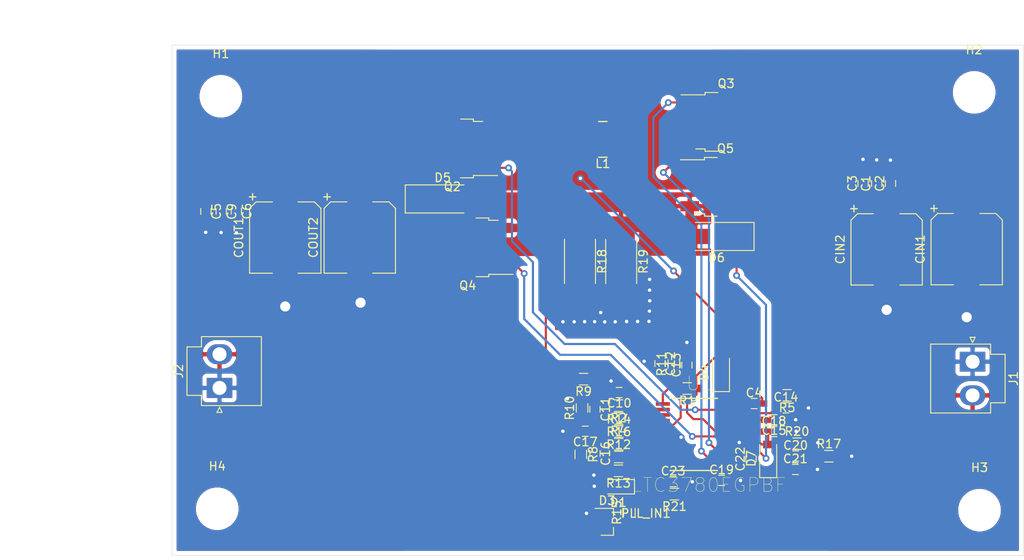
<source format=kicad_pcb>
(kicad_pcb (version 20171130) (host pcbnew "(5.1.0-0)")
  (layers (0 F.Cu signal) (31 B.Cu signal) (34 B.Paste user) (35 F.Paste user) (36 B.SilkS user) (37 F.SilkS user) (38 B.Mask user) (39 F.Mask user) (44 Edge.Cuts user))
  (net 0 "")
  (net 1 +VSW)
  (net 2 GND)
  (net 3 "Net-(C4-Pad1)")
  (net 4 SW1)
  (net 5 VCC)
  (net 6 "Net-(C10-Pad1)")
  (net 7 "Net-(C11-Pad1)")
  (net 8 "Net-(C11-Pad2)")
  (net 9 "Net-(C12-Pad1)")
  (net 10 "Net-(C13-Pad1)")
  (net 11 "Net-(C14-Pad1)")
  (net 12 "Net-(C15-Pad2)")
  (net 13 "Net-(C16-Pad1)")
  (net 14 "Net-(C16-Pad2)")
  (net 15 "Net-(C17-Pad1)")
  (net 16 +6V)
  (net 17 "Net-(C19-Pad1)")
  (net 18 PLLFILTR)
  (net 19 "Net-(C20-Pad2)")
  (net 20 "Net-(C22-Pad1)")
  (net 21 SW2)
  (net 22 "Net-(C23-Pad1)")
  (net 23 "Net-(D6-Pad2)")
  (net 24 "Net-(R1-Pad2)")
  (net 25 SENSE+)
  (net 26 SENSE-)
  (net 27 VSENSE)
  (net 28 "Net-(D1-Pad1)")
  (net 29 TG1)
  (net 30 BG1)
  (net 31 BG2)
  (net 32 TG2)
  (net 33 "Net-(PLL_IN1-Pad1)")
  (module Diodes_SMD:D_SMA_Handsoldering (layer F.Cu) (at 149.78888 65.10782)
    (fp_text reference D5 (at 0 -2.5) (layer F.SilkS))
    (fp_text value B320A)
    (pad 1 smd rect (at -2.5 0) (size 3.5 1.8) (layers F.Cu F.Paste F.Mask) (net 5 VCC))
    (pad 2 smd rect (at 2.5 0) (size 3.5 1.8) (layers F.Cu F.Paste F.Mask) (net 4 SW1))
  )
  (module Diodes_SMD:D_SOD-123 (layer F.Cu) (at 188.01588 95.62084 90)
    (fp_text reference D7 (at 0 -2 90) (layer F.SilkS))
    (fp_text value 1N819HW)
    (pad 1 smd rect (at -1.65 0 90) (size 0.9 1.2) (layers F.Cu F.Paste F.Mask) (net 20 "Net-(C22-Pad1)"))
    (pad 2 smd rect (at 1.65 0 90) (size 0.9 1.2) (layers F.Cu F.Paste F.Mask) (net 16 +6V))
  )
  (module TO_SOT_Packages_SMD:TO-252-2 (layer F.Cu) (at 150.92172 59.17184 180)
    (fp_text reference Q2 (at 0 -4.5 180) (layer F.SilkS))
    (fp_text value IPD100N04S402ATMA1)
    (pad 1 smd rect (at -4.2 -2.28 180) (size 2.2 1.2) (layers F.Cu F.Paste F.Mask) (net 29 TG1))
    (pad 3 smd rect (at -4.2 2.28 180) (size 2.2 1.2) (layers F.Cu F.Paste F.Mask) (net 4 SW1))
    (pad 2 smd rect (at 2.1 0 180) (size 6.4 5.8) (layers F.Cu F.Mask) (net 5 VCC))
    (pad 2 smd rect (at 3.775 1.525 180) (size 3.05 2.75) (layers F.Cu F.Paste) (net 5 VCC))
    (pad 2 smd rect (at 0.425 -1.525 180) (size 3.05 2.75) (layers F.Cu F.Paste) (net 5 VCC))
    (pad 2 smd rect (at 3.775 -1.525 180) (size 3.05 2.75) (layers F.Cu F.Paste) (net 5 VCC))
    (pad 2 smd rect (at 0.425 1.525 180) (size 3.05 2.75) (layers F.Cu F.Paste) (net 5 VCC))
  )
  (module Resistors_SMD:R_0603_HandSoldering (layer F.Cu) (at 170.42384 97.06864 180)
    (fp_text reference R13 (at 0 -1.45 180) (layer F.SilkS))
    (fp_text value 8.06K)
    (pad 1 smd rect (at -1.1 0 180) (size 1.2 0.9) (layers F.Cu F.Paste F.Mask) (net 27 VSENSE))
    (pad 2 smd rect (at 1.1 0 180) (size 1.2 0.9) (layers F.Cu F.Paste F.Mask) (net 2 GND))
  )
  (module Resistors_SMD:R_0603_HandSoldering (layer F.Cu) (at 171.704 101.96322 90)
    (fp_text reference R15 (at 0 -1.45 90) (layer F.SilkS))
    (fp_text value 220k)
    (pad 1 smd rect (at -1.1 0 90) (size 1.2 0.9) (layers F.Cu F.Paste F.Mask) (net 1 +VSW))
    (pad 2 smd rect (at 1.1 0 90) (size 1.2 0.9) (layers F.Cu F.Paste F.Mask) (net 28 "Net-(D1-Pad1)"))
  )
  (module Inductors:Inductor_Wurth_MAPI-4020 (layer F.Cu) (at 168.58996 58.1025 180)
    (fp_text reference L1 (at 0 -2.85 180) (layer F.SilkS))
    (fp_text value 4.7uH)
    (pad 1 smd rect (at -1.185 0 180) (size 0.98 3.7) (layers F.Cu F.Paste F.Mask) (net 21 SW2))
    (pad 2 smd rect (at 1.185 0 180) (size 0.98 3.7) (layers F.Cu F.Paste F.Mask) (net 4 SW1))
  )
  (module Connectors_JST:JST_VH_B2P-VH_2x3.96mm_Vertical (layer F.Cu) (at 123.571 87.3252 90)
    (fp_text reference J2 (at 1.98 -4.8 90) (layer F.SilkS))
    (fp_text value Screw_Terminal_01x02)
    (pad 1 thru_hole rect (at 0 0 90) (size 2.35 3) (drill 1.65) (layers *.Cu *.Mask) (net 2 GND))
    (pad 2 thru_hole oval (at 3.96 0 90) (size 2.35 3) (drill 1.65) (layers *.Cu *.Mask) (net 5 VCC))
  )
  (module Connectors_JST:JST_VH_B2P-VH_2x3.96mm_Vertical (layer F.Cu) (at 212.01888 84.2391 270)
    (fp_text reference J1 (at 1.98 -4.8 270) (layer F.SilkS))
    (fp_text value Screw_Terminal_01x02)
    (pad 1 thru_hole rect (at 0 0 270) (size 2.35 3) (drill 1.65) (layers *.Cu *.Mask) (net 2 GND))
    (pad 2 thru_hole oval (at 3.96 0 270) (size 2.35 3) (drill 1.65) (layers *.Cu *.Mask) (net 1 +VSW))
  )
  (module Diodes_SMD:D_SMA_Handsoldering (layer F.Cu) (at 181.95226 69.51726 180)
    (fp_text reference D6 (at 0 -2.5 180) (layer F.SilkS))
    (fp_text value B320A)
    (pad 1 smd rect (at -2.5 0 180) (size 3.5 1.8) (layers F.Cu F.Paste F.Mask) (net 21 SW2))
    (pad 2 smd rect (at 2.5 0 180) (size 3.5 1.8) (layers F.Cu F.Paste F.Mask) (net 23 "Net-(D6-Pad2)"))
  )
  (module Diodes_SMD:D_SOD-123 (layer F.Cu) (at 182.46852 85.50402 90)
    (fp_text reference D4 (at 0 -2 90) (layer F.SilkS))
    (fp_text value 1N819HW)
    (pad 1 smd rect (at -1.65 0 90) (size 0.9 1.2) (layers F.Cu F.Paste F.Mask) (net 3 "Net-(C4-Pad1)"))
    (pad 2 smd rect (at 1.65 0 90) (size 0.9 1.2) (layers F.Cu F.Paste F.Mask) (net 16 +6V))
  )
  (module Diodes_SMD:D_SOT-23_ANK (layer F.Cu) (at 169.08526 103.06304)
    (fp_text reference D3 (at 0 -2.5) (layer F.SilkS))
    (fp_text value 36V)
    (pad 2 smd rect (at -1 -0.95) (size 0.9 0.8) (layers F.Cu F.Paste F.Mask) (net 2 GND))
    (pad "" smd rect (at -1 0.95) (size 0.9 0.8) (layers F.Cu F.Paste F.Mask))
    (pad 1 smd rect (at 1 0) (size 0.9 0.8) (layers F.Cu F.Paste F.Mask) (net 1 +VSW))
  )
  (module Diodes_SMD:D_SOD-323_HandSoldering (layer F.Cu) (at 170.41368 98.93808 180)
    (fp_text reference D1 (at 0 -1.85 180) (layer F.SilkS))
    (fp_text value 4.7V)
    (pad 1 smd rect (at -1.25 0 180) (size 1 1) (layers F.Cu F.Paste F.Mask) (net 28 "Net-(D1-Pad1)"))
    (pad 2 smd rect (at 1.25 0 180) (size 1 1) (layers F.Cu F.Paste F.Mask) (net 2 GND))
  )
  (module LTC3780EGPBF:SOP65P780X200-24N (layer F.Cu) (at 179.2732 92.7862)
    (fp_text reference U1 (at 0.71177 -5.99911) (layer F.SilkS) (effects (font (size 1.64129 1.64129) (thickness 0.05))))
    (fp_text value LTC3780EGPBF (at 1.75361 5.94702) (layer F.SilkS) (effects (font (size 1.64094 1.64094) (thickness 0.05))))
    (pad 24 smd rect (at 3.6322 -3.5814) (size 1.651 0.4318) (layers F.Cu F.Paste F.Mask) (net 3 "Net-(C4-Pad1)"))
    (pad 23 smd rect (at 3.6322 -2.921) (size 1.651 0.4318) (layers F.Cu F.Paste F.Mask) (net 29 TG1))
    (pad 22 smd rect (at 3.6322 -2.286) (size 1.651 0.4318) (layers F.Cu F.Paste F.Mask) (net 4 SW1))
    (pad 21 smd rect (at 3.6322 -1.6256) (size 1.651 0.4318) (layers F.Cu F.Paste F.Mask) (net 11 "Net-(C14-Pad1)"))
    (pad 20 smd rect (at 3.6322 -0.9652) (size 1.651 0.4318) (layers F.Cu F.Paste F.Mask) (net 12 "Net-(C15-Pad2)"))
    (pad 19 smd rect (at 3.6322 -0.3302) (size 1.651 0.4318) (layers F.Cu F.Paste F.Mask) (net 16 +6V))
    (pad 18 smd rect (at 3.6322 0.3302) (size 1.651 0.4318) (layers F.Cu F.Paste F.Mask) (net 30 BG1))
    (pad 17 smd rect (at 3.6322 0.9652) (size 1.651 0.4318) (layers F.Cu F.Paste F.Mask) (net 2 GND))
    (pad 16 smd rect (at 3.6322 1.6256) (size 1.651 0.4318) (layers F.Cu F.Paste F.Mask) (net 31 BG2))
    (pad 15 smd rect (at 3.6322 2.286) (size 1.651 0.4318) (layers F.Cu F.Paste F.Mask) (net 21 SW2))
    (pad 14 smd rect (at 3.6322 2.921) (size 1.651 0.4318) (layers F.Cu F.Paste F.Mask) (net 32 TG2))
    (pad 13 smd rect (at 3.6322 3.5814) (size 1.651 0.4318) (layers F.Cu F.Paste F.Mask) (net 20 "Net-(C22-Pad1)"))
    (pad 12 smd rect (at -3.6322 3.5814) (size 1.651 0.4318) (layers F.Cu F.Paste F.Mask) (net 22 "Net-(C23-Pad1)"))
    (pad 11 smd rect (at -3.6322 2.921) (size 1.651 0.4318) (layers F.Cu F.Paste F.Mask) (net 33 "Net-(PLL_IN1-Pad1)"))
    (pad 10 smd rect (at -3.6322 2.286) (size 1.651 0.4318) (layers F.Cu F.Paste F.Mask) (net 18 PLLFILTR))
    (pad 9 smd rect (at -3.6322 1.6256) (size 1.651 0.4318) (layers F.Cu F.Paste F.Mask) (net 17 "Net-(C19-Pad1)"))
    (pad 8 smd rect (at -3.6322 0.9652) (size 1.651 0.4318) (layers F.Cu F.Paste F.Mask) (net 28 "Net-(D1-Pad1)"))
    (pad 7 smd rect (at -3.6322 0.3302) (size 1.651 0.4318) (layers F.Cu F.Paste F.Mask) (net 2 GND))
    (pad 6 smd rect (at -3.6322 -0.3302) (size 1.651 0.4318) (layers F.Cu F.Paste F.Mask) (net 27 VSENSE))
    (pad 5 smd rect (at -3.6322 -0.9652) (size 1.651 0.4318) (layers F.Cu F.Paste F.Mask) (net 10 "Net-(C13-Pad1)"))
    (pad 4 smd rect (at -3.6322 -1.6256) (size 1.651 0.4318) (layers F.Cu F.Paste F.Mask) (net 26 SENSE-))
    (pad 3 smd rect (at -3.6322 -2.286) (size 1.651 0.4318) (layers F.Cu F.Paste F.Mask) (net 25 SENSE+))
    (pad 2 smd rect (at -3.6322 -2.921) (size 1.651 0.4318) (layers F.Cu F.Paste F.Mask) (net 6 "Net-(C10-Pad1)"))
    (pad 1 smd rect (at -3.6322 -3.5814) (size 1.651 0.4318) (layers F.Cu F.Paste F.Mask) (net 24 "Net-(R1-Pad2)"))
  )
  (module Resistors_SMD:R_0603_HandSoldering (layer F.Cu) (at 177.00752 99.8093 180)
    (fp_text reference R21 (at 0 -1.45 180) (layer F.SilkS))
    (fp_text value DNF)
    (pad 1 smd rect (at -1.1 0 180) (size 1.2 0.9) (layers F.Cu F.Paste F.Mask) (net 1 +VSW))
    (pad 2 smd rect (at 1.1 0 180) (size 1.2 0.9) (layers F.Cu F.Paste F.Mask) (net 22 "Net-(C23-Pad1)"))
  )
  (module Resistors_SMD:R_0603_HandSoldering (layer F.Cu) (at 191.39916 93.88602)
    (fp_text reference R20 (at 0 -1.45) (layer F.SilkS))
    (fp_text value 10K)
    (pad 1 smd rect (at -1.1 0) (size 1.2 0.9) (layers F.Cu F.Paste F.Mask) (net 18 PLLFILTR))
    (pad 2 smd rect (at 1.1 0) (size 1.2 0.9) (layers F.Cu F.Paste F.Mask) (net 2 GND))
  )
  (module Resistors_SMD:R_2512_HandSoldering (layer F.Cu) (at 170.74642 72.45634 270)
    (fp_text reference R19 (at 0 -2.6 270) (layer F.SilkS))
    (fp_text value 0.018R)
    (pad 1 smd rect (at -3.95 0 270) (size 2.7 3.2) (layers F.Cu F.Paste F.Mask) (net 23 "Net-(D6-Pad2)"))
    (pad 2 smd rect (at 3.95 0 270) (size 2.7 3.2) (layers F.Cu F.Paste F.Mask) (net 2 GND))
  )
  (module Resistors_SMD:R_2512_HandSoldering (layer F.Cu) (at 165.91026 72.44588 270)
    (fp_text reference R18 (at 0 -2.6 270) (layer F.SilkS))
    (fp_text value 0.018R)
    (pad 1 smd rect (at -3.95 0 270) (size 2.7 3.2) (layers F.Cu F.Paste F.Mask) (net 23 "Net-(D6-Pad2)"))
    (pad 2 smd rect (at 3.95 0 270) (size 2.7 3.2) (layers F.Cu F.Paste F.Mask) (net 2 GND))
  )
  (module Resistors_SMD:R_0603_HandSoldering (layer F.Cu) (at 195.14312 95.3516)
    (fp_text reference R17 (at 0 -1.45) (layer F.SilkS))
    (fp_text value 10K)
    (pad 1 smd rect (at -1.1 0) (size 1.2 0.9) (layers F.Cu F.Paste F.Mask) (net 19 "Net-(C20-Pad2)"))
    (pad 2 smd rect (at 1.1 0) (size 1.2 0.9) (layers F.Cu F.Paste F.Mask) (net 2 GND))
  )
  (module Resistors_SMD:R_0603_HandSoldering (layer F.Cu) (at 170.4721 93.9292)
    (fp_text reference R16 (at 0 -1.45) (layer F.SilkS))
    (fp_text value OPT)
    (pad 1 smd rect (at -1.1 0) (size 1.2 0.9) (layers F.Cu F.Paste F.Mask) (net 13 "Net-(C16-Pad1)"))
    (pad 2 smd rect (at 1.1 0) (size 1.2 0.9) (layers F.Cu F.Paste F.Mask) (net 27 VSENSE))
  )
  (module Resistors_SMD:R_0603_HandSoldering (layer F.Cu) (at 170.4721 92.4433)
    (fp_text reference R14 (at 0 -1.45) (layer F.SilkS))
    (fp_text value OPT)
    (pad 1 smd rect (at -1.1 0) (size 1.2 0.9) (layers F.Cu F.Paste F.Mask) (net 15 "Net-(C17-Pad1)"))
    (pad 2 smd rect (at 1.1 0) (size 1.2 0.9) (layers F.Cu F.Paste F.Mask) (net 27 VSENSE))
  )
  (module Resistors_SMD:R_0603_HandSoldering (layer F.Cu) (at 170.45432 95.4405)
    (fp_text reference R12 (at 0 -1.45) (layer F.SilkS))
    (fp_text value 113K)
    (pad 1 smd rect (at -1.1 0) (size 1.2 0.9) (layers F.Cu F.Paste F.Mask) (net 14 "Net-(C16-Pad2)"))
    (pad 2 smd rect (at 1.1 0) (size 1.2 0.9) (layers F.Cu F.Paste F.Mask) (net 27 VSENSE))
  )
  (module Resistors_SMD:R_0603_HandSoldering (layer F.Cu) (at 176.93386 84.50326 90)
    (fp_text reference R11 (at 0 -1.45 90) (layer F.SilkS))
    (fp_text value 100K)
    (pad 1 smd rect (at -1.1 0 90) (size 1.2 0.9) (layers F.Cu F.Paste F.Mask) (net 10 "Net-(C13-Pad1)"))
    (pad 2 smd rect (at 1.1 0 90) (size 1.2 0.9) (layers F.Cu F.Paste F.Mask) (net 9 "Net-(C12-Pad1)"))
  )
  (module Resistors_SMD:R_0603_HandSoldering (layer F.Cu) (at 166.15156 89.67724 90)
    (fp_text reference R10 (at 0 -1.45 90) (layer F.SilkS))
    (fp_text value 1K24)
    (pad 1 smd rect (at -1.1 0 90) (size 1.2 0.9) (layers F.Cu F.Paste F.Mask) (net 8 "Net-(C11-Pad2)"))
    (pad 2 smd rect (at 1.1 0 90) (size 1.2 0.9) (layers F.Cu F.Paste F.Mask) (net 2 GND))
  )
  (module Resistors_SMD:R_0603_HandSoldering (layer F.Cu) (at 166.32682 86.28888 180)
    (fp_text reference R9 (at 0 -1.45 180) (layer F.SilkS))
    (fp_text value 1K24)
    (pad 1 smd rect (at -1.1 0 180) (size 1.2 0.9) (layers F.Cu F.Paste F.Mask) (net 7 "Net-(C11-Pad1)"))
    (pad 2 smd rect (at 1.1 0 180) (size 1.2 0.9) (layers F.Cu F.Paste F.Mask) (net 23 "Net-(D6-Pad2)"))
  )
  (module Resistors_SMD:R_0603_HandSoldering (layer F.Cu) (at 166.00424 95.13062 270)
    (fp_text reference R8 (at 0 -1.45 270) (layer F.SilkS))
    (fp_text value 10R)
    (pad 1 smd rect (at -1.1 0 270) (size 1.2 0.9) (layers F.Cu F.Paste F.Mask) (net 5 VCC))
    (pad 2 smd rect (at 1.1 0 270) (size 1.2 0.9) (layers F.Cu F.Paste F.Mask) (net 14 "Net-(C16-Pad2)"))
  )
  (module Resistors_SMD:R_0603_HandSoldering (layer F.Cu) (at 190.23838 88.19896 180)
    (fp_text reference R5 (at 0 -1.45 180) (layer F.SilkS))
    (fp_text value 10R)
    (pad 1 smd rect (at -1.1 0 180) (size 1.2 0.9) (layers F.Cu F.Paste F.Mask) (net 1 +VSW))
    (pad 2 smd rect (at 1.1 0 180) (size 1.2 0.9) (layers F.Cu F.Paste F.Mask) (net 11 "Net-(C14-Pad1)"))
  )
  (module Resistors_SMD:R_0603_HandSoldering (layer F.Cu) (at 170.44924 90.91676 180)
    (fp_text reference R4 (at 0 -1.45 180) (layer F.SilkS))
    (fp_text value 0R)
    (pad 1 smd rect (at -1.1 0 180) (size 1.2 0.9) (layers F.Cu F.Paste F.Mask) (net 26 SENSE-))
    (pad 2 smd rect (at 1.1 0 180) (size 1.2 0.9) (layers F.Cu F.Paste F.Mask) (net 8 "Net-(C11-Pad2)"))
  )
  (module Resistors_SMD:R_0603_HandSoldering (layer F.Cu) (at 170.44416 89.40546 180)
    (fp_text reference R2 (at 0 -1.45 180) (layer F.SilkS))
    (fp_text value 0R)
    (pad 1 smd rect (at -1.1 0 180) (size 1.2 0.9) (layers F.Cu F.Paste F.Mask) (net 25 SENSE+))
    (pad 2 smd rect (at 1.1 0 180) (size 1.2 0.9) (layers F.Cu F.Paste F.Mask) (net 7 "Net-(C11-Pad1)"))
  )
  (module Resistors_SMD:R_0603_HandSoldering (layer F.Cu) (at 178.4985 87.3887 180)
    (fp_text reference R1 (at 0 -1.45 180) (layer F.SilkS))
    (fp_text value 10K)
    (pad 1 smd rect (at -1.1 0 180) (size 1.2 0.9) (layers F.Cu F.Paste F.Mask) (net 16 +6V))
    (pad 2 smd rect (at 1.1 0 180) (size 1.2 0.9) (layers F.Cu F.Paste F.Mask) (net 24 "Net-(R1-Pad2)"))
  )
  (module Capacitors_SMD:CP_Elec_8x10.5 (layer F.Cu) (at 131.2926 69.6468 270)
    (fp_text reference COUT1 (at 0 5.45 270) (layer F.SilkS))
    (fp_text value 330uF)
    (fp_text user + (at -4.78 3.91 270) (layer F.SilkS))
    (pad 1 smd rect (at -3.05 0 90) (size 4 2.5) (layers F.Cu F.Paste F.Mask) (net 5 VCC))
    (pad 2 smd rect (at 3.05 0 90) (size 4 2.5) (layers F.Cu F.Paste F.Mask) (net 2 GND))
  )
  (module Capacitors_SMD:CP_Elec_8x6.7 (layer F.Cu) (at 211.328 71.00824 270)
    (fp_text reference CIN1 (at 0 5.45 270) (layer F.SilkS))
    (fp_text value 22uF)
    (fp_text user + (at -4.78 3.91 270) (layer F.SilkS))
    (pad 1 smd rect (at -3.05 0 90) (size 4 2.5) (layers F.Cu F.Paste F.Mask) (net 1 +VSW))
    (pad 2 smd rect (at 3.05 0 90) (size 4 2.5) (layers F.Cu F.Paste F.Mask) (net 2 GND))
  )
  (module Capacitors_SMD:C_0603_HandSoldering (layer F.Cu) (at 176.85766 98.34372)
    (fp_text reference C23 (at 0 -1.25) (layer F.SilkS))
    (fp_text value 0.01uF)
    (pad 1 smd rect (at -0.95 0) (size 1.2 0.75) (layers F.Cu F.Paste F.Mask) (net 22 "Net-(C23-Pad1)"))
    (pad 2 smd rect (at 0.95 0) (size 1.2 0.75) (layers F.Cu F.Paste F.Mask) (net 2 GND))
  )
  (module Capacitors_SMD:C_0603_HandSoldering (layer F.Cu) (at 185.99404 95.67418 90)
    (fp_text reference C22 (at 0 -1.25 90) (layer F.SilkS))
    (fp_text value 0.22uF)
    (pad 1 smd rect (at -0.95 0 90) (size 1.2 0.75) (layers F.Cu F.Paste F.Mask) (net 20 "Net-(C22-Pad1)"))
    (pad 2 smd rect (at 0.95 0 90) (size 1.2 0.75) (layers F.Cu F.Paste F.Mask) (net 21 SW2))
  )
  (module Capacitors_SMD:C_0603_HandSoldering (layer F.Cu) (at 191.2112 96.901)
    (fp_text reference C21 (at 0 -1.25) (layer F.SilkS))
    (fp_text value 100pF)
    (pad 1 smd rect (at -0.95 0) (size 1.2 0.75) (layers F.Cu F.Paste F.Mask) (net 18 PLLFILTR))
    (pad 2 smd rect (at 0.95 0) (size 1.2 0.75) (layers F.Cu F.Paste F.Mask) (net 2 GND))
  )
  (module Capacitors_SMD:C_0603_HandSoldering (layer F.Cu) (at 191.2366 95.3262)
    (fp_text reference C20 (at 0 -1.25) (layer F.SilkS))
    (fp_text value 0.01uF)
    (pad 1 smd rect (at -0.95 0) (size 1.2 0.75) (layers F.Cu F.Paste F.Mask) (net 18 PLLFILTR))
    (pad 2 smd rect (at 0.95 0) (size 1.2 0.75) (layers F.Cu F.Paste F.Mask) (net 19 "Net-(C20-Pad2)"))
  )
  (module Capacitors_SMD:C_0603_HandSoldering (layer F.Cu) (at 182.54472 98.19132)
    (fp_text reference C19 (at 0 -1.25) (layer F.SilkS))
    (fp_text value 1000pF)
    (pad 1 smd rect (at -0.95 0) (size 1.2 0.75) (layers F.Cu F.Paste F.Mask) (net 17 "Net-(C19-Pad1)"))
    (pad 2 smd rect (at 0.95 0) (size 1.2 0.75) (layers F.Cu F.Paste F.Mask) (net 2 GND))
  )
  (module Capacitors_SMD:C_0603_HandSoldering (layer F.Cu) (at 188.69406 92.45092)
    (fp_text reference C18 (at 0 -1.25) (layer F.SilkS))
    (fp_text value 4.7uF)
    (pad 1 smd rect (at -0.95 0) (size 1.2 0.75) (layers F.Cu F.Paste F.Mask) (net 16 +6V))
    (pad 2 smd rect (at 0.95 0) (size 1.2 0.75) (layers F.Cu F.Paste F.Mask) (net 2 GND))
  )
  (module Capacitors_SMD:C_0603_HandSoldering (layer F.Cu) (at 166.5351 92.41282 180)
    (fp_text reference C17 (at 0 -1.25 180) (layer F.SilkS))
    (fp_text value OPT)
    (pad 1 smd rect (at -0.95 0 180) (size 1.2 0.75) (layers F.Cu F.Paste F.Mask) (net 15 "Net-(C17-Pad1)"))
    (pad 2 smd rect (at 0.95 0 180) (size 1.2 0.75) (layers F.Cu F.Paste F.Mask) (net 2 GND))
  )
  (module Capacitors_SMD:C_0603_HandSoldering (layer F.Cu) (at 167.67556 95.02648 270)
    (fp_text reference C16 (at 0 -1.25 270) (layer F.SilkS))
    (fp_text value OPT)
    (pad 1 smd rect (at -0.95 0 270) (size 1.2 0.75) (layers F.Cu F.Paste F.Mask) (net 13 "Net-(C16-Pad1)"))
    (pad 2 smd rect (at 0.95 0 270) (size 1.2 0.75) (layers F.Cu F.Paste F.Mask) (net 14 "Net-(C16-Pad2)"))
  )
  (module Capacitors_SMD:C_0603_HandSoldering (layer F.Cu) (at 188.70676 91.06662 180)
    (fp_text reference C15 (at 0 -1.25 180) (layer F.SilkS))
    (fp_text value 1uF)
    (pad 1 smd rect (at -0.95 0 180) (size 1.2 0.75) (layers F.Cu F.Paste F.Mask) (net 2 GND))
    (pad 2 smd rect (at 0.95 0 180) (size 1.2 0.75) (layers F.Cu F.Paste F.Mask) (net 12 "Net-(C15-Pad2)"))
  )
  (module Capacitors_SMD:C_0603_HandSoldering (layer F.Cu) (at 190.09614 89.662)
    (fp_text reference C14 (at 0 -1.25) (layer F.SilkS))
    (fp_text value 0.1uF)
    (pad 1 smd rect (at -0.95 0) (size 1.2 0.75) (layers F.Cu F.Paste F.Mask) (net 11 "Net-(C14-Pad1)"))
    (pad 2 smd rect (at 0.95 0) (size 1.2 0.75) (layers F.Cu F.Paste F.Mask) (net 2 GND))
  )
  (module Capacitors_SMD:C_0603_HandSoldering (layer F.Cu) (at 178.46548 84.63788 90)
    (fp_text reference C13 (at 0 -1.25 90) (layer F.SilkS))
    (fp_text value 47pF)
    (pad 1 smd rect (at -0.95 0 90) (size 1.2 0.75) (layers F.Cu F.Paste F.Mask) (net 10 "Net-(C13-Pad1)"))
    (pad 2 smd rect (at 0.95 0 90) (size 1.2 0.75) (layers F.Cu F.Paste F.Mask) (net 2 GND))
  )
  (module Capacitors_SMD:C_0603_HandSoldering (layer F.Cu) (at 175.30318 84.46008 270)
    (fp_text reference C12 (at 0 -1.25 270) (layer F.SilkS))
    (fp_text value 0.01uF)
    (pad 1 smd rect (at -0.95 0 270) (size 1.2 0.75) (layers F.Cu F.Paste F.Mask) (net 9 "Net-(C12-Pad1)"))
    (pad 2 smd rect (at 0.95 0 270) (size 1.2 0.75) (layers F.Cu F.Paste F.Mask) (net 2 GND))
  )
  (module Capacitors_SMD:C_0603_HandSoldering (layer F.Cu) (at 167.66794 89.82964 270)
    (fp_text reference C11 (at 0 -1.25 270) (layer F.SilkS))
    (fp_text value OPT)
    (pad 1 smd rect (at -0.95 0 270) (size 1.2 0.75) (layers F.Cu F.Paste F.Mask) (net 7 "Net-(C11-Pad1)"))
    (pad 2 smd rect (at 0.95 0 270) (size 1.2 0.75) (layers F.Cu F.Paste F.Mask) (net 8 "Net-(C11-Pad2)"))
  )
  (module Capacitors_SMD:C_0603_HandSoldering (layer F.Cu) (at 170.5102 87.86368 180)
    (fp_text reference C10 (at 0 -1.25 180) (layer F.SilkS))
    (fp_text value 0.022uF)
    (pad 1 smd rect (at -0.95 0 180) (size 1.2 0.75) (layers F.Cu F.Paste F.Mask) (net 6 "Net-(C10-Pad1)"))
    (pad 2 smd rect (at 0.95 0 180) (size 1.2 0.75) (layers F.Cu F.Paste F.Mask) (net 2 GND))
  )
  (module Capacitors_SMD:C_0603_HandSoldering (layer F.Cu) (at 123.77166 66.58356 270)
    (fp_text reference C9 (at 0 -1.25 270) (layer F.SilkS))
    (fp_text value 22uF)
    (pad 1 smd rect (at -0.95 0 270) (size 1.2 0.75) (layers F.Cu F.Paste F.Mask) (net 5 VCC))
    (pad 2 smd rect (at 0.95 0 270) (size 1.2 0.75) (layers F.Cu F.Paste F.Mask) (net 2 GND))
  )
  (module Capacitors_SMD:C_0603_HandSoldering (layer F.Cu) (at 125.54712 66.54038 270)
    (fp_text reference C6 (at 0 -1.25 270) (layer F.SilkS))
    (fp_text value 22uF)
    (pad 1 smd rect (at -0.95 0 270) (size 1.2 0.75) (layers F.Cu F.Paste F.Mask) (net 5 VCC))
    (pad 2 smd rect (at 0.95 0 270) (size 1.2 0.75) (layers F.Cu F.Paste F.Mask) (net 2 GND))
  )
  (module Capacitors_SMD:C_0603_HandSoldering (layer F.Cu) (at 121.96826 66.57594 270)
    (fp_text reference C5 (at 0 -1.25 270) (layer F.SilkS))
    (fp_text value 22uF)
    (pad 1 smd rect (at -0.95 0 270) (size 1.2 0.75) (layers F.Cu F.Paste F.Mask) (net 5 VCC))
    (pad 2 smd rect (at 0.95 0 270) (size 1.2 0.75) (layers F.Cu F.Paste F.Mask) (net 2 GND))
  )
  (module Capacitors_SMD:C_0603_HandSoldering (layer F.Cu) (at 186.3598 89.15654)
    (fp_text reference C4 (at 0 -1.25) (layer F.SilkS))
    (fp_text value 0.22uF)
    (pad 1 smd rect (at -0.95 0) (size 1.2 0.75) (layers F.Cu F.Paste F.Mask) (net 3 "Net-(C4-Pad1)"))
    (pad 2 smd rect (at 0.95 0) (size 1.2 0.75) (layers F.Cu F.Paste F.Mask) (net 4 SW1))
  )
  (module Capacitors_SMD:C_0603_HandSoldering (layer F.Cu) (at 199.15886 63.28664 90)
    (fp_text reference C3 (at 0 -1.25 90) (layer F.SilkS))
    (fp_text value 3.3uF)
    (pad 1 smd rect (at -0.95 0 90) (size 1.2 0.75) (layers F.Cu F.Paste F.Mask) (net 1 +VSW))
    (pad 2 smd rect (at 0.95 0 90) (size 1.2 0.75) (layers F.Cu F.Paste F.Mask) (net 2 GND))
  )
  (module Capacitors_SMD:C_0603_HandSoldering (layer F.Cu) (at 202.38212 63.2841 90)
    (fp_text reference C2 (at 0 -1.25 90) (layer F.SilkS))
    (fp_text value 3.3uF)
    (pad 1 smd rect (at -0.95 0 90) (size 1.2 0.75) (layers F.Cu F.Paste F.Mask) (net 1 +VSW))
    (pad 2 smd rect (at 0.95 0 90) (size 1.2 0.75) (layers F.Cu F.Paste F.Mask) (net 2 GND))
  )
  (module Capacitors_SMD:C_0603_HandSoldering (layer F.Cu) (at 200.75652 63.2841 90)
    (fp_text reference C1 (at 0 -1.25 90) (layer F.SilkS))
    (fp_text value 3.3uF)
    (pad 1 smd rect (at -0.95 0 90) (size 1.2 0.75) (layers F.Cu F.Paste F.Mask) (net 1 +VSW))
    (pad 2 smd rect (at 0.95 0 90) (size 1.2 0.75) (layers F.Cu F.Paste F.Mask) (net 2 GND))
  )
  (module TO_SOT_Packages_SMD:TO-252-2 (layer F.Cu) (at 183.07304 56.0451)
    (fp_text reference Q3 (at 0 -4.5) (layer F.SilkS))
    (fp_text value IPD100N04S402ATMA1)
    (pad 2 smd rect (at 0.425 1.525) (size 3.05 2.75) (layers F.Cu F.Paste) (net 1 +VSW))
    (pad 2 smd rect (at 3.775 -1.525) (size 3.05 2.75) (layers F.Cu F.Paste) (net 1 +VSW))
    (pad 2 smd rect (at 0.425 -1.525) (size 3.05 2.75) (layers F.Cu F.Paste) (net 1 +VSW))
    (pad 2 smd rect (at 3.775 1.525) (size 3.05 2.75) (layers F.Cu F.Paste) (net 1 +VSW))
    (pad 2 smd rect (at 2.1 0) (size 6.4 5.8) (layers F.Cu F.Mask) (net 1 +VSW))
    (pad 3 smd rect (at -4.2 2.28) (size 2.2 1.2) (layers F.Cu F.Paste F.Mask) (net 21 SW2))
    (pad 1 smd rect (at -4.2 -2.28) (size 2.2 1.2) (layers F.Cu F.Paste F.Mask) (net 32 TG2))
  )
  (module TO_SOT_Packages_SMD:TO-252-2 (layer F.Cu) (at 152.7302 70.79234 180)
    (fp_text reference Q4 (at 0 -4.5 180) (layer F.SilkS))
    (fp_text value IPD100N04S402ATMA1)
    (pad 2 smd rect (at 0.425 1.525 180) (size 3.05 2.75) (layers F.Cu F.Paste) (net 4 SW1))
    (pad 2 smd rect (at 3.775 -1.525 180) (size 3.05 2.75) (layers F.Cu F.Paste) (net 4 SW1))
    (pad 2 smd rect (at 0.425 -1.525 180) (size 3.05 2.75) (layers F.Cu F.Paste) (net 4 SW1))
    (pad 2 smd rect (at 3.775 1.525 180) (size 3.05 2.75) (layers F.Cu F.Paste) (net 4 SW1))
    (pad 2 smd rect (at 2.1 0 180) (size 6.4 5.8) (layers F.Cu F.Mask) (net 4 SW1))
    (pad 3 smd rect (at -4.2 2.28 180) (size 2.2 1.2) (layers F.Cu F.Paste F.Mask) (net 23 "Net-(D6-Pad2)"))
    (pad 1 smd rect (at -4.2 -2.28 180) (size 2.2 1.2) (layers F.Cu F.Paste F.Mask) (net 30 BG1))
  )
  (module TO_SOT_Packages_SMD:TO-252-2 (layer F.Cu) (at 182.99742 63.68034)
    (fp_text reference Q5 (at 0 -4.5) (layer F.SilkS))
    (fp_text value IPD100N04S402ATMA1)
    (pad 1 smd rect (at -4.2 -2.28) (size 2.2 1.2) (layers F.Cu F.Paste F.Mask) (net 31 BG2))
    (pad 3 smd rect (at -4.2 2.28) (size 2.2 1.2) (layers F.Cu F.Paste F.Mask) (net 23 "Net-(D6-Pad2)"))
    (pad 2 smd rect (at 2.1 0) (size 6.4 5.8) (layers F.Cu F.Mask) (net 21 SW2))
    (pad 2 smd rect (at 3.775 1.525) (size 3.05 2.75) (layers F.Cu F.Paste) (net 21 SW2))
    (pad 2 smd rect (at 0.425 -1.525) (size 3.05 2.75) (layers F.Cu F.Paste) (net 21 SW2))
    (pad 2 smd rect (at 3.775 -1.525) (size 3.05 2.75) (layers F.Cu F.Paste) (net 21 SW2))
    (pad 2 smd rect (at 0.425 1.525) (size 3.05 2.75) (layers F.Cu F.Paste) (net 21 SW2))
  )
  (module Measurement_Points:Measurement_Point_Square-SMD-Pad_Small (layer F.Cu) (at 173.63948 100.07092 180)
    (fp_text reference PLL_IN1 (at 0 -2 180) (layer F.SilkS))
    (fp_text value TestPoint)
    (pad 1 smd rect (at 0 0 180) (size 1.5 1.5) (layers F.Cu F.Mask) (net 33 "Net-(PLL_IN1-Pad1)"))
  )
  (module Mounting_Holes:MountingHole_4mm (layer F.Cu) (at 123.73356 53.03774)
    (fp_text reference H1 (at 0 -5) (layer F.SilkS))
    (fp_text value MountingHole)
    (pad 1 np_thru_hole circle (at 0 0) (size 4 4) (drill 4) (layers *.Cu *.Mask))
  )
  (module Mounting_Holes:MountingHole_4mm (layer F.Cu) (at 212.20684 52.578)
    (fp_text reference H2 (at 0 -5) (layer F.SilkS))
    (fp_text value MountingHole)
    (pad 1 np_thru_hole circle (at 0 0) (size 4 4) (drill 4) (layers *.Cu *.Mask))
  )
  (module Mounting_Holes:MountingHole_4mm (layer F.Cu) (at 212.83676 101.69144)
    (fp_text reference H3 (at 0 -5) (layer F.SilkS))
    (fp_text value MountingHole)
    (pad 1 np_thru_hole circle (at 0 0) (size 4 4) (drill 4) (layers *.Cu *.Mask))
  )
  (module Mounting_Holes:MountingHole_4mm (layer F.Cu) (at 123.30684 101.52888)
    (fp_text reference H4 (at 0 -5) (layer F.SilkS))
    (fp_text value MountingHole)
    (pad 1 np_thru_hole circle (at 0 0) (size 4 4) (drill 4) (layers *.Cu *.Mask))
  )
  (module Capacitors_SMD:CP_Elec_8x6.7 (layer F.Cu) (at 201.92746 71.03672 270)
    (fp_text reference CIN2 (at 0 5.45 270) (layer F.SilkS))
    (fp_text value 22uF)
    (fp_text user + (at -4.78 3.91 270) (layer F.SilkS))
    (pad 2 smd rect (at 3.05 0 90) (size 4 2.5) (layers F.Cu F.Paste F.Mask) (net 2 GND))
    (pad 1 smd rect (at -3.05 0 90) (size 4 2.5) (layers F.Cu F.Paste F.Mask) (net 1 +VSW))
  )
  (module Capacitors_SMD:CP_Elec_8x10.5 (layer F.Cu) (at 140.04798 69.64172 270)
    (fp_text reference COUT2 (at 0 5.45 270) (layer F.SilkS))
    (fp_text value 330uF)
    (fp_text user + (at -4.78 3.91 270) (layer F.SilkS))
    (pad 2 smd rect (at 3.05 0 90) (size 4 2.5) (layers F.Cu F.Paste F.Mask) (net 2 GND))
    (pad 1 smd rect (at -3.05 0 90) (size 4 2.5) (layers F.Cu F.Paste F.Mask) (net 5 VCC))
  )
  (gr_line (start 118 107.0154) (end 118 47.0154) (layer Edge.Cuts) (width 0.05))
  (gr_line (start 118 107.0154) (end 218 107.0154) (layer Edge.Cuts) (width 0.05))
  (gr_line (start 218 47.0154) (end 218 107.0154) (layer Edge.Cuts) (width 0.05))
  (gr_line (start 118 47.0154) (end 218 47.0154) (layer Edge.Cuts) (width 0.05))
  (segment (start 169.40766 98.75266) (end 169.55766 98.75266) (width 0.25) (layer F.Cu) (net 2))
  (segment (start 171.70382 103.06304) (end 171.704 103.06322) (width 0.25) (layer F.Cu) (net 1))
  (segment (start 170.08526 103.06304) (end 171.70382 103.06304) (width 0.25) (layer F.Cu) (net 1))
  (segment (start 178.10752 99.8093) (end 178.10752 100.64478) (width 0.25) (layer F.Cu) (net 1))
  (segment (start 175.68908 103.06322) (end 171.704 103.06322) (width 0.25) (layer F.Cu) (net 1))
  (segment (start 178.10752 100.64478) (end 175.68908 103.06322) (width 0.25) (layer F.Cu) (net 1))
  (segment (start 178.10752 100.52322) (end 180.56606 102.98176) (width 0.25) (layer F.Cu) (net 1))
  (segment (start 178.10752 99.8093) (end 178.10752 100.52322) (width 0.25) (layer F.Cu) (net 1))
  (segment (start 185.17304 52.1451) (end 185.17616 52.14198) (width 1) (layer F.Cu) (net 1))
  (segment (start 185.17304 56.0451) (end 185.17304 52.1451) (width 1) (layer F.Cu) (net 1))
  (segment (start 185.17304 56.0451) (end 189.37304 56.0451) (width 1) (layer F.Cu) (net 1))
  (segment (start 194.21348 88.19896) (end 195.99656 88.19896) (width 0.25) (layer F.Cu) (net 1))
  (segment (start 191.33838 88.19896) (end 194.21348 88.19896) (width 0.25) (layer F.Cu) (net 1))
  (segment (start 194.21348 88.19896) (end 194.68338 88.19896) (width 0.25) (layer F.Cu) (net 1))
  (segment (start 194.41668 102.98176) (end 195.54952 102.98176) (width 0.25) (layer F.Cu) (net 1))
  (segment (start 180.56606 102.98176) (end 194.41668 102.98176) (width 0.25) (layer F.Cu) (net 1))
  (segment (start 194.41668 102.98176) (end 194.88912 102.98176) (width 0.25) (layer F.Cu) (net 1))
  (via (at 211.328 79.0067) (size 2.4) (drill 1.2) (layers F.Cu B.Cu) (net 2))
  (segment (start 211.27466 79.0829) (end 211.27466 74.55608) (width 2) (layer F.Cu) (net 2))
  (via (at 131.2926 77.74432) (size 2.4) (drill 1.2) (layers F.Cu B.Cu) (net 2))
  (segment (start 131.2926 72.6968) (end 131.2926 77.74432) (width 2) (layer F.Cu) (net 2))
  (via (at 177.78476 93.11894) (size 0.8) (drill 0.4) (layers F.Cu B.Cu) (net 2))
  (segment (start 177.78222 93.1164) (end 177.78476 93.11894) (width 0.25) (layer F.Cu) (net 2))
  (segment (start 175.641 93.1164) (end 177.78222 93.1164) (width 0.25) (layer F.Cu) (net 2))
  (via (at 167.54348 97.57156) (size 0.8) (drill 0.4) (layers F.Cu B.Cu) (net 2))
  (segment (start 168.0464 97.06864) (end 167.54348 97.57156) (width 0.25) (layer F.Cu) (net 2))
  (segment (start 169.32384 97.06864) (end 168.0464 97.06864) (width 0.25) (layer F.Cu) (net 2))
  (segment (start 164.4347 88.57724) (end 164.42944 88.5825) (width 0.25) (layer F.Cu) (net 2))
  (via (at 164.42944 88.5825) (size 0.8) (drill 0.4) (layers F.Cu B.Cu) (net 2))
  (segment (start 166.15156 88.57724) (end 164.4347 88.57724) (width 0.25) (layer F.Cu) (net 2))
  (via (at 163.9062 92.41536) (size 0.8) (drill 0.4) (layers F.Cu B.Cu) (net 2))
  (segment (start 163.90874 92.41282) (end 163.9062 92.41536) (width 0.25) (layer F.Cu) (net 2))
  (segment (start 165.5851 92.41282) (end 163.90874 92.41282) (width 0.25) (layer F.Cu) (net 2))
  (via (at 169.56024 86.50732) (size 0.8) (drill 0.4) (layers F.Cu B.Cu) (net 2))
  (segment (start 169.5602 86.50736) (end 169.56024 86.50732) (width 0.25) (layer F.Cu) (net 2))
  (segment (start 169.5602 87.86368) (end 169.5602 86.50736) (width 0.25) (layer F.Cu) (net 2))
  (via (at 193.83756 93.76156) (size 0.8) (drill 0.4) (layers F.Cu B.Cu) (net 2))
  (segment (start 193.8274 93.7514) (end 193.83756 93.76156) (width 0.25) (layer F.Cu) (net 2))
  (segment (start 192.4509 93.7514) (end 193.8274 93.7514) (width 0.25) (layer F.Cu) (net 2))
  (via (at 193.802 96.89592) (size 0.8) (drill 0.4) (layers F.Cu B.Cu) (net 2))
  (segment (start 193.79692 96.901) (end 193.802 96.89592) (width 0.25) (layer F.Cu) (net 2))
  (segment (start 192.1612 96.901) (end 193.79692 96.901) (width 0.25) (layer F.Cu) (net 2))
  (via (at 197.8152 95.3516) (size 0.8) (drill 0.4) (layers F.Cu B.Cu) (net 2))
  (segment (start 196.24312 95.3516) (end 197.8152 95.3516) (width 0.25) (layer F.Cu) (net 2))
  (via (at 199.15124 60.44692) (size 0.8) (drill 0.4) (layers F.Cu B.Cu) (net 2))
  (segment (start 199.15886 60.45454) (end 199.15124 60.44692) (width 0.25) (layer F.Cu) (net 2))
  (segment (start 199.15886 62.33664) (end 199.15886 60.45454) (width 0.25) (layer F.Cu) (net 2))
  (via (at 200.76414 60.5155) (size 0.8) (drill 0.4) (layers F.Cu B.Cu) (net 2))
  (segment (start 200.75652 60.52312) (end 200.76414 60.5155) (width 0.25) (layer F.Cu) (net 2))
  (segment (start 200.75652 62.3341) (end 200.75652 60.52312) (width 0.25) (layer F.Cu) (net 2))
  (via (at 202.37704 60.5409) (size 0.8) (drill 0.4) (layers F.Cu B.Cu) (net 2))
  (segment (start 202.38212 60.54598) (end 202.37704 60.5409) (width 0.25) (layer F.Cu) (net 2))
  (segment (start 202.38212 62.3341) (end 202.38212 60.54598) (width 0.25) (layer F.Cu) (net 2))
  (via (at 184.61736 93.74124) (size 0.8) (drill 0.4) (layers F.Cu B.Cu) (net 2))
  (segment (start 184.6072 93.7514) (end 184.61736 93.74124) (width 0.25) (layer F.Cu) (net 2))
  (segment (start 182.9054 93.7514) (end 184.6072 93.7514) (width 0.25) (layer F.Cu) (net 2))
  (segment (start 185.36154 89.2048) (end 185.4098 89.15654) (width 0.25) (layer F.Cu) (net 3))
  (segment (start 182.9054 89.2048) (end 185.36154 89.2048) (width 0.25) (layer F.Cu) (net 3))
  (segment (start 182.9054 87.5909) (end 182.46852 87.15402) (width 0.25) (layer F.Cu) (net 3))
  (segment (start 182.9054 89.2048) (end 182.9054 87.5909) (width 0.25) (layer F.Cu) (net 3))
  (segment (start 183.9809 90.5002) (end 184.33796 90.14314) (width 0.25) (layer F.Cu) (net 4))
  (segment (start 182.9054 90.5002) (end 183.9809 90.5002) (width 0.25) (layer F.Cu) (net 4))
  (segment (start 187.0848 89.15654) (end 187.3098 89.15654) (width 0.25) (layer F.Cu) (net 4))
  (segment (start 186.0982 90.14314) (end 187.0848 89.15654) (width 0.25) (layer F.Cu) (net 4))
  (segment (start 184.33796 90.14314) (end 186.0982 90.14314) (width 0.25) (layer F.Cu) (net 4))
  (segment (start 172.56398 87.86368) (end 172.3102 87.86368) (width 0.25) (layer F.Cu) (net 6))
  (segment (start 174.5655 89.8652) (end 172.56398 87.86368) (width 0.25) (layer F.Cu) (net 6))
  (segment (start 175.641 89.8652) (end 174.5655 89.8652) (width 0.25) (layer F.Cu) (net 6))
  (segment (start 167.66794 88.87964) (end 167.66794 89.13876) (width 0.25) (layer F.Cu) (net 7))
  (segment (start 167.93464 89.40546) (end 169.34416 89.40546) (width 0.25) (layer F.Cu) (net 7))
  (segment (start 167.66794 89.13876) (end 167.93464 89.40546) (width 0.25) (layer F.Cu) (net 7))
  (segment (start 167.66794 86.53) (end 167.42682 86.28888) (width 0.25) (layer F.Cu) (net 7))
  (segment (start 167.66794 88.87964) (end 167.66794 86.53) (width 0.25) (layer F.Cu) (net 7))
  (segment (start 167.80506 90.91676) (end 167.66794 90.77964) (width 0.25) (layer F.Cu) (net 8))
  (segment (start 169.34924 90.91676) (end 167.80506 90.91676) (width 0.25) (layer F.Cu) (net 8))
  (segment (start 166.15396 90.77964) (end 166.15156 90.77724) (width 0.25) (layer F.Cu) (net 8))
  (segment (start 167.66794 90.77964) (end 166.15396 90.77964) (width 0.25) (layer F.Cu) (net 8))
  (via (at 178.46548 81.96834) (size 0.8) (drill 0.4) (layers F.Cu B.Cu) (net 2))
  (segment (start 178.46548 83.68788) (end 178.46548 81.96834) (width 0.25) (layer F.Cu) (net 2))
  (segment (start 174.66822 85.41008) (end 173.44898 84.19084) (width 0.25) (layer F.Cu) (net 2))
  (via (at 173.44898 84.19084) (size 0.8) (drill 0.4) (layers F.Cu B.Cu) (net 2))
  (segment (start 175.30318 85.41008) (end 174.66822 85.41008) (width 0.25) (layer F.Cu) (net 2))
  (via (at 174.01794 79.49692) (size 0.8) (drill 0.4) (layers F.Cu B.Cu) (net 2))
  (via (at 172.67682 79.51216) (size 0.8) (drill 0.4) (layers F.Cu B.Cu) (net 2))
  (via (at 171.38396 79.51216) (size 0.8) (drill 0.4) (layers F.Cu B.Cu) (net 2))
  (via (at 170.04538 79.54772) (size 0.8) (drill 0.4) (layers F.Cu B.Cu) (net 2))
  (via (at 168.8211 79.56296) (size 0.8) (drill 0.4) (layers F.Cu B.Cu) (net 2))
  (via (at 174.0662 78.29042) (size 0.8) (drill 0.4) (layers F.Cu B.Cu) (net 2))
  (via (at 174.10176 77.08138) (size 0.8) (drill 0.4) (layers F.Cu B.Cu) (net 2))
  (via (at 174.08398 75.82662) (size 0.8) (drill 0.4) (layers F.Cu B.Cu) (net 2))
  (via (at 174.08398 74.56932) (size 0.8) (drill 0.4) (layers F.Cu B.Cu) (net 2))
  (via (at 163.90874 79.54772) (size 0.8) (drill 0.4) (layers F.Cu B.Cu) (net 2))
  (via (at 167.6273 79.53248) (size 0.8) (drill 0.4) (layers F.Cu B.Cu) (net 2))
  (via (at 166.45382 79.53248) (size 0.8) (drill 0.4) (layers F.Cu B.Cu) (net 2))
  (via (at 165.22954 79.54772) (size 0.8) (drill 0.4) (layers F.Cu B.Cu) (net 2))
  (via (at 168.34104 78.45552) (size 0.8) (drill 0.4) (layers F.Cu B.Cu) (net 2))
  (via (at 191.23914 91.059) (size 0.8) (drill 0.4) (layers F.Cu B.Cu) (net 2))
  (segment (start 191.23152 91.06662) (end 191.23914 91.059) (width 0.25) (layer F.Cu) (net 2))
  (segment (start 189.65676 91.06662) (end 191.23152 91.06662) (width 0.25) (layer F.Cu) (net 2))
  (via (at 192.74028 89.67724) (size 0.8) (drill 0.4) (layers F.Cu B.Cu) (net 2))
  (segment (start 192.72504 89.662) (end 192.74028 89.67724) (width 0.25) (layer F.Cu) (net 2))
  (segment (start 191.04614 89.662) (end 192.72504 89.662) (width 0.25) (layer F.Cu) (net 2))
  (via (at 191.29756 92.4179) (size 0.8) (drill 0.4) (layers F.Cu B.Cu) (net 2))
  (segment (start 191.26454 92.45092) (end 191.29756 92.4179) (width 0.25) (layer F.Cu) (net 2))
  (segment (start 189.64406 92.45092) (end 191.26454 92.45092) (width 0.25) (layer F.Cu) (net 2))
  (via (at 121.94794 69.02958) (size 0.8) (drill 0.4) (layers F.Cu B.Cu) (net 2))
  (segment (start 121.96826 69.00926) (end 121.94794 69.02958) (width 0.25) (layer F.Cu) (net 2))
  (segment (start 121.96826 67.52594) (end 121.96826 69.00926) (width 0.25) (layer F.Cu) (net 2))
  (via (at 123.75896 69.05752) (size 0.8) (drill 0.4) (layers F.Cu B.Cu) (net 2))
  (segment (start 123.77166 69.04482) (end 123.75896 69.05752) (width 0.25) (layer F.Cu) (net 2))
  (segment (start 123.77166 67.53356) (end 123.77166 69.04482) (width 0.25) (layer F.Cu) (net 2))
  (via (at 125.56236 69.088) (size 0.8) (drill 0.4) (layers F.Cu B.Cu) (net 2))
  (segment (start 125.54712 69.07276) (end 125.56236 69.088) (width 0.25) (layer F.Cu) (net 2))
  (segment (start 125.54712 67.49038) (end 125.54712 69.07276) (width 0.25) (layer F.Cu) (net 2))
  (via (at 166.66972 102.05974) (size 0.8) (drill 0.4) (layers F.Cu B.Cu) (net 2))
  (segment (start 166.72302 102.11304) (end 166.66972 102.05974) (width 0.25) (layer F.Cu) (net 2))
  (segment (start 168.08526 102.11304) (end 166.72302 102.11304) (width 0.25) (layer F.Cu) (net 2))
  (via (at 167.59174 98.87712) (size 0.8) (drill 0.4) (layers F.Cu B.Cu) (net 2))
  (segment (start 167.6527 98.93808) (end 167.59174 98.87712) (width 0.25) (layer F.Cu) (net 2))
  (segment (start 169.16368 98.93808) (end 167.6527 98.93808) (width 0.25) (layer F.Cu) (net 2))
  (via (at 179.10048 98.35388) (size 0.8) (drill 0.4) (layers F.Cu B.Cu) (net 2))
  (segment (start 179.09032 98.34372) (end 179.10048 98.35388) (width 0.25) (layer F.Cu) (net 2))
  (segment (start 177.80766 98.34372) (end 179.09032 98.34372) (width 0.25) (layer F.Cu) (net 2))
  (via (at 184.76468 98.19132) (size 0.8) (drill 0.4) (layers F.Cu B.Cu) (net 2))
  (segment (start 183.49472 98.19132) (end 184.76468 98.19132) (width 0.25) (layer F.Cu) (net 2))
  (via (at 201.92746 78.1431) (size 2.4) (drill 1.2) (layers F.Cu B.Cu) (net 2))
  (segment (start 201.92746 74.08672) (end 201.92746 78.1431) (width 2) (layer F.Cu) (net 2))
  (via (at 140.13688 77.29982) (size 2.4) (drill 1.2) (layers F.Cu B.Cu) (net 2))
  (segment (start 140.04798 77.21092) (end 140.13688 77.29982) (width 2) (layer F.Cu) (net 2))
  (segment (start 140.04798 72.69172) (end 140.04798 77.21092) (width 2) (layer F.Cu) (net 2))
  (segment (start 187.3098 88.53154) (end 185.71718 86.93892) (width 0.25) (layer F.Cu) (net 4))
  (segment (start 187.3098 89.15654) (end 187.3098 88.53154) (width 0.25) (layer F.Cu) (net 4))
  (segment (start 185.71718 86.93892) (end 185.71718 82.40522) (width 0.25) (layer F.Cu) (net 4))
  (via (at 176.90592 73.56856) (size 0.8) (drill 0.4) (layers F.Cu B.Cu) (net 4))
  (segment (start 176.90592 73.59396) (end 176.90592 73.56856) (width 0.25) (layer F.Cu) (net 4))
  (segment (start 185.71718 82.40522) (end 176.90592 73.59396) (width 0.25) (layer F.Cu) (net 4))
  (via (at 165.9636 62.67704) (size 0.8) (drill 0.4) (layers F.Cu B.Cu) (net 4))
  (segment (start 166.0144 62.67704) (end 165.9636 62.67704) (width 0.25) (layer B.Cu) (net 4))
  (segment (start 176.90592 73.56856) (end 166.0144 62.67704) (width 0.25) (layer B.Cu) (net 4))
  (segment (start 152.28888 68.98366) (end 148.9552 72.31734) (width 2.5) (layer F.Cu) (net 4))
  (segment (start 152.28888 69.13366) (end 150.6302 70.79234) (width 1) (layer F.Cu) (net 4))
  (segment (start 152.28888 65.10782) (end 152.28888 69.13366) (width 1) (layer F.Cu) (net 4))
  (segment (start 150.6302 74.69234) (end 150.65502 74.71716) (width 1) (layer F.Cu) (net 4))
  (segment (start 150.6302 70.79234) (end 150.6302 74.69234) (width 1) (layer F.Cu) (net 4))
  (segment (start 146.4302 70.79234) (end 146.42766 70.79488) (width 1) (layer F.Cu) (net 4))
  (segment (start 150.6302 70.79234) (end 146.4302 70.79234) (width 1) (layer F.Cu) (net 4))
  (segment (start 150.6302 70.79234) (end 154.49042 70.79234) (width 1) (layer F.Cu) (net 4))
  (segment (start 166.00424 94.03062) (end 160.13412 94.03062) (width 0.25) (layer F.Cu) (net 5))
  (segment (start 147.28888 60.70468) (end 148.82172 59.17184) (width 2.5) (layer F.Cu) (net 5))
  (segment (start 147.28888 60.839) (end 147.14672 60.69684) (width 1) (layer F.Cu) (net 5))
  (segment (start 147.28888 65.10782) (end 147.28888 60.839) (width 1) (layer F.Cu) (net 5))
  (segment (start 148.82172 59.17184) (end 143.25092 59.17184) (width 1) (layer F.Cu) (net 5))
  (segment (start 148.82172 55.27184) (end 148.81352 55.26364) (width 1) (layer F.Cu) (net 5))
  (segment (start 148.82172 59.17184) (end 148.82172 55.27184) (width 1) (layer F.Cu) (net 5))
  (segment (start 160.13412 94.03062) (end 144.10454 94.03062) (width 0.25) (layer F.Cu) (net 5))
  (segment (start 172.3102 87.86368) (end 171.4602 87.86368) (width 0.25) (layer F.Cu) (net 6))
  (segment (start 176.82704 83.51008) (end 176.93386 83.40326) (width 0.25) (layer F.Cu) (net 9))
  (segment (start 175.30318 83.51008) (end 176.82704 83.51008) (width 0.25) (layer F.Cu) (net 9))
  (segment (start 176.7165 91.821) (end 177.73904 90.79846) (width 0.25) (layer F.Cu) (net 10))
  (segment (start 175.641 91.821) (end 176.7165 91.821) (width 0.25) (layer F.Cu) (net 10))
  (segment (start 177.73904 90.79846) (end 177.73904 88.9508) (width 0.25) (layer F.Cu) (net 10))
  (segment (start 177.73904 88.9508) (end 178.47564 88.2142) (width 0.25) (layer F.Cu) (net 10))
  (segment (start 178.4501 85.60326) (end 178.46548 85.58788) (width 0.25) (layer F.Cu) (net 10))
  (segment (start 176.93386 85.60326) (end 178.4501 85.60326) (width 0.25) (layer F.Cu) (net 10))
  (segment (start 178.46548 88.20404) (end 178.46548 85.58788) (width 0.25) (layer F.Cu) (net 10))
  (segment (start 178.47564 88.2142) (end 178.46548 88.20404) (width 0.25) (layer F.Cu) (net 10))
  (segment (start 183.9809 91.1606) (end 184.32126 90.82024) (width 0.25) (layer F.Cu) (net 11))
  (segment (start 182.9054 91.1606) (end 183.9809 91.1606) (width 0.25) (layer F.Cu) (net 11))
  (segment (start 184.32126 90.82024) (end 186.2328 90.82024) (width 0.25) (layer F.Cu) (net 11))
  (segment (start 188.92114 89.662) (end 189.14614 89.662) (width 0.25) (layer F.Cu) (net 11))
  (segment (start 186.76604 90.287) (end 188.29614 90.287) (width 0.25) (layer F.Cu) (net 11))
  (segment (start 188.29614 90.287) (end 188.92114 89.662) (width 0.25) (layer F.Cu) (net 11))
  (segment (start 186.2328 90.82024) (end 186.76604 90.287) (width 0.25) (layer F.Cu) (net 11))
  (segment (start 189.13838 89.65424) (end 189.14614 89.662) (width 0.25) (layer F.Cu) (net 11))
  (segment (start 189.13838 88.19896) (end 189.13838 89.65424) (width 0.25) (layer F.Cu) (net 11))
  (segment (start 182.9054 91.821) (end 184.53198 91.821) (width 0.25) (layer F.Cu) (net 12))
  (segment (start 186.90676 91.06662) (end 186.15238 91.821) (width 0.25) (layer F.Cu) (net 12))
  (segment (start 187.75676 91.06662) (end 186.90676 91.06662) (width 0.25) (layer F.Cu) (net 12))
  (segment (start 186.15238 91.821) (end 184.53198 91.821) (width 0.25) (layer F.Cu) (net 12))
  (segment (start 167.82284 93.9292) (end 167.67556 94.07648) (width 0.25) (layer F.Cu) (net 13))
  (segment (start 169.3721 93.9292) (end 167.82284 93.9292) (width 0.25) (layer F.Cu) (net 13))
  (segment (start 167.67556 95.97648) (end 167.67556 95.76816) (width 0.25) (layer F.Cu) (net 14))
  (segment (start 168.00322 95.4405) (end 169.35432 95.4405) (width 0.25) (layer F.Cu) (net 14))
  (segment (start 167.67556 95.76816) (end 168.00322 95.4405) (width 0.25) (layer F.Cu) (net 14))
  (segment (start 166.25838 95.97648) (end 166.00424 96.23062) (width 0.25) (layer F.Cu) (net 14))
  (segment (start 167.67556 95.97648) (end 166.25838 95.97648) (width 0.25) (layer F.Cu) (net 14))
  (segment (start 167.51558 92.4433) (end 167.4851 92.41282) (width 0.25) (layer F.Cu) (net 15))
  (segment (start 169.3721 92.4433) (end 167.51558 92.4433) (width 0.25) (layer F.Cu) (net 15))
  (segment (start 182.9054 92.456) (end 185.5241 92.456) (width 0.25) (layer F.Cu) (net 16))
  (segment (start 179.5985 86.6887) (end 179.5985 87.3887) (width 0.25) (layer F.Cu) (net 16))
  (segment (start 181.61852 83.85402) (end 179.5985 85.87404) (width 0.25) (layer F.Cu) (net 16))
  (segment (start 182.46852 83.85402) (end 181.61852 83.85402) (width 0.25) (layer F.Cu) (net 16))
  (segment (start 181.8299 92.456) (end 180.36178 90.98788) (width 0.25) (layer F.Cu) (net 16))
  (segment (start 182.9054 92.456) (end 181.8299 92.456) (width 0.25) (layer F.Cu) (net 16))
  (segment (start 180.36178 90.98788) (end 179.22748 90.98788) (width 0.25) (layer F.Cu) (net 16))
  (segment (start 179.22748 90.98788) (end 178.48834 90.24874) (width 0.25) (layer F.Cu) (net 16))
  (segment (start 178.48834 89.19886) (end 179.5985 88.0887) (width 0.25) (layer F.Cu) (net 16))
  (segment (start 179.5985 88.0887) (end 179.5985 87.3887) (width 0.25) (layer F.Cu) (net 16))
  (segment (start 178.48834 90.24874) (end 178.48834 89.19886) (width 0.25) (layer F.Cu) (net 16))
  (segment (start 187.26394 93.97084) (end 185.7491 92.456) (width 0.25) (layer F.Cu) (net 16))
  (segment (start 188.01588 93.97084) (end 187.26394 93.97084) (width 0.25) (layer F.Cu) (net 16))
  (segment (start 188.01588 92.72274) (end 187.74406 92.45092) (width 0.25) (layer F.Cu) (net 16))
  (segment (start 188.01588 93.97084) (end 188.01588 92.72274) (width 0.25) (layer F.Cu) (net 16))
  (segment (start 179.5985 85.87404) (end 179.5985 86.6887) (width 0.25) (layer F.Cu) (net 16))
  (segment (start 185.7491 92.456) (end 185.5241 92.456) (width 0.25) (layer F.Cu) (net 16))
  (segment (start 181.59218 98.19386) (end 181.59472 98.19132) (width 0.25) (layer F.Cu) (net 17))
  (segment (start 177.03542 94.4118) (end 180.81748 98.19386) (width 0.25) (layer F.Cu) (net 17))
  (segment (start 180.81748 98.19386) (end 181.59218 98.19386) (width 0.25) (layer F.Cu) (net 17))
  (segment (start 175.641 94.4118) (end 177.03542 94.4118) (width 0.25) (layer F.Cu) (net 17))
  (segment (start 190.2509 95.2905) (end 190.2866 95.3262) (width 0.25) (layer F.Cu) (net 18))
  (segment (start 190.2509 93.7514) (end 190.2509 95.2905) (width 0.25) (layer F.Cu) (net 18))
  (segment (start 190.2866 96.8756) (end 190.2612 96.901) (width 0.25) (layer F.Cu) (net 18))
  (segment (start 190.2866 95.3262) (end 190.2866 96.8756) (width 0.25) (layer F.Cu) (net 18))
  (segment (start 190.0362 96.901) (end 190.2612 96.901) (width 0.25) (layer F.Cu) (net 18))
  (segment (start 187.797752 99.139448) (end 190.0362 96.901) (width 0.25) (layer F.Cu) (net 18))
  (segment (start 180.959052 99.139448) (end 187.797752 99.139448) (width 0.25) (layer F.Cu) (net 18))
  (segment (start 176.891804 95.0722) (end 180.959052 99.139448) (width 0.25) (layer F.Cu) (net 18))
  (segment (start 175.641 95.0722) (end 176.891804 95.0722) (width 0.25) (layer F.Cu) (net 18))
  (segment (start 194.01772 95.3262) (end 194.04312 95.3516) (width 0.25) (layer F.Cu) (net 19))
  (segment (start 192.1866 95.3262) (end 194.01772 95.3262) (width 0.25) (layer F.Cu) (net 19))
  (segment (start 185.73746 96.3676) (end 185.99404 96.62418) (width 0.25) (layer F.Cu) (net 20))
  (segment (start 182.9054 96.3676) (end 185.73746 96.3676) (width 0.25) (layer F.Cu) (net 20))
  (segment (start 185.99404 96.8375) (end 185.99404 96.62418) (width 0.25) (layer F.Cu) (net 20))
  (segment (start 186.42738 97.27084) (end 185.99404 96.8375) (width 0.25) (layer F.Cu) (net 20))
  (segment (start 188.01588 97.27084) (end 186.42738 97.27084) (width 0.25) (layer F.Cu) (net 20))
  (segment (start 185.64602 95.0722) (end 185.99404 94.72418) (width 0.25) (layer F.Cu) (net 21))
  (segment (start 182.9054 95.0722) (end 185.64602 95.0722) (width 0.25) (layer F.Cu) (net 21))
  (via (at 187.75934 95.60306) (size 0.8) (drill 0.4) (layers F.Cu B.Cu) (net 21))
  (segment (start 186.88046 94.72418) (end 187.75934 95.60306) (width 0.25) (layer F.Cu) (net 21))
  (segment (start 185.99404 94.72418) (end 186.88046 94.72418) (width 0.25) (layer F.Cu) (net 21))
  (via (at 184.3024 74.10704) (size 0.8) (drill 0.4) (layers F.Cu B.Cu) (net 21))
  (segment (start 187.75934 77.56398) (end 184.3024 74.10704) (width 0.25) (layer B.Cu) (net 21))
  (segment (start 187.75934 95.60306) (end 187.75934 77.56398) (width 0.25) (layer B.Cu) (net 21))
  (segment (start 184.3024 69.66712) (end 184.45226 69.51726) (width 0.25) (layer F.Cu) (net 21))
  (segment (start 184.3024 74.10704) (end 184.3024 69.66712) (width 0.25) (layer F.Cu) (net 21))
  (segment (start 184.45226 66.23518) (end 183.42242 65.20534) (width 0.25) (layer F.Cu) (net 21))
  (segment (start 179.44218 58.3251) (end 184.79742 63.68034) (width 0.25) (layer F.Cu) (net 21))
  (segment (start 184.79742 63.68034) (end 185.09742 63.68034) (width 0.25) (layer F.Cu) (net 21))
  (segment (start 178.87304 58.3251) (end 179.44218 58.3251) (width 0.25) (layer F.Cu) (net 21))
  (segment (start 184.45226 64.3255) (end 185.09742 63.68034) (width 2.5) (layer F.Cu) (net 21))
  (segment (start 179.59218 58.3251) (end 183.42242 62.15534) (width 1) (layer F.Cu) (net 21))
  (segment (start 178.87304 58.3251) (end 179.59218 58.3251) (width 1) (layer F.Cu) (net 21))
  (segment (start 184.45226 63.18518) (end 183.42242 62.15534) (width 1) (layer F.Cu) (net 21))
  (segment (start 184.45226 69.51726) (end 184.45226 63.18518) (width 1) (layer F.Cu) (net 21))
  (segment (start 184.79742 63.68034) (end 184.32752 63.21044) (width 1) (layer F.Cu) (net 21))
  (segment (start 184.32752 63.21044) (end 179.15636 63.21044) (width 1) (layer F.Cu) (net 21))
  (segment (start 175.641 98.20652) (end 175.54952 98.298) (width 0.25) (layer F.Cu) (net 22))
  (segment (start 175.641 96.3676) (end 175.641 98.20652) (width 0.25) (layer F.Cu) (net 22))
  (segment (start 175.54952 99.62882) (end 175.33602 99.84232) (width 0.25) (layer F.Cu) (net 22))
  (segment (start 175.54952 98.298) (end 175.54952 99.62882) (width 0.25) (layer F.Cu) (net 22))
  (segment (start 175.90766 99.80916) (end 175.90752 99.8093) (width 0.25) (layer F.Cu) (net 22))
  (segment (start 175.90766 98.34372) (end 175.90766 99.80916) (width 0.25) (layer F.Cu) (net 22))
  (segment (start 175.90766 96.63426) (end 175.641 96.3676) (width 0.25) (layer F.Cu) (net 22))
  (segment (start 175.90766 98.34372) (end 175.90766 96.63426) (width 0.25) (layer F.Cu) (net 22))
  (segment (start 165.22682 86.28888) (end 164.37682 86.28888) (width 0.25) (layer F.Cu) (net 23))
  (segment (start 164.37682 86.28888) (end 161.8996 83.81166) (width 0.25) (layer F.Cu) (net 23))
  (segment (start 161.8996 83.81166) (end 161.8996 70.77964) (width 0.25) (layer F.Cu) (net 23))
  (segment (start 178.79742 68.86242) (end 179.45226 69.51726) (width 1) (layer F.Cu) (net 23))
  (segment (start 178.79742 65.96034) (end 178.79742 68.86242) (width 1) (layer F.Cu) (net 23))
  (segment (start 165.8938 68.51234) (end 165.91026 68.49588) (width 1) (layer F.Cu) (net 23))
  (segment (start 156.9302 68.51234) (end 165.8938 68.51234) (width 1) (layer F.Cu) (net 23))
  (segment (start 170.73596 68.49588) (end 170.74642 68.50634) (width 1) (layer F.Cu) (net 23))
  (segment (start 165.91026 68.49588) (end 170.73596 68.49588) (width 1) (layer F.Cu) (net 23))
  (segment (start 175.21936 69.51726) (end 174.20844 68.50634) (width 1) (layer F.Cu) (net 23))
  (segment (start 179.45226 69.51726) (end 175.21936 69.51726) (width 1) (layer F.Cu) (net 23))
  (segment (start 170.74642 68.50634) (end 174.20844 68.50634) (width 1) (layer F.Cu) (net 23))
  (segment (start 175.641 88.7389) (end 175.63846 88.73636) (width 0.25) (layer F.Cu) (net 24))
  (segment (start 175.641 89.2048) (end 175.641 88.7389) (width 0.25) (layer F.Cu) (net 24))
  (segment (start 175.63846 88.73636) (end 175.63846 88.05926) (width 0.25) (layer F.Cu) (net 24))
  (segment (start 176.30902 87.3887) (end 177.3985 87.3887) (width 0.25) (layer F.Cu) (net 24))
  (segment (start 175.63846 88.05926) (end 176.30902 87.3887) (width 0.25) (layer F.Cu) (net 24))
  (segment (start 175.641 90.5002) (end 173.74362 90.5002) (width 0.25) (layer F.Cu) (net 25))
  (segment (start 172.64888 89.40546) (end 171.54416 89.40546) (width 0.25) (layer F.Cu) (net 25))
  (segment (start 173.74362 90.5002) (end 172.64888 89.40546) (width 0.25) (layer F.Cu) (net 25))
  (segment (start 172.6692 90.91676) (end 171.54924 90.91676) (width 0.25) (layer F.Cu) (net 26))
  (segment (start 172.91304 91.1606) (end 172.6692 90.91676) (width 0.25) (layer F.Cu) (net 26))
  (segment (start 175.641 91.1606) (end 172.91304 91.1606) (width 0.25) (layer F.Cu) (net 26))
  (segment (start 171.5848 92.456) (end 171.5721 92.4433) (width 0.25) (layer F.Cu) (net 27))
  (segment (start 175.641 92.456) (end 171.5848 92.456) (width 0.25) (layer F.Cu) (net 27))
  (segment (start 171.5721 93.9292) (end 171.5721 92.4433) (width 0.25) (layer F.Cu) (net 27))
  (segment (start 171.57464 93.93174) (end 171.5721 93.9292) (width 0.25) (layer F.Cu) (net 27))
  (segment (start 171.57464 95.4405) (end 171.57464 93.93174) (width 0.25) (layer F.Cu) (net 27))
  (segment (start 171.52384 95.47098) (end 171.55432 95.4405) (width 0.25) (layer F.Cu) (net 27))
  (segment (start 171.52384 97.06864) (end 171.52384 95.47098) (width 0.25) (layer F.Cu) (net 27))
  (segment (start 174.5655 93.7514) (end 174.56042 93.75648) (width 0.25) (layer F.Cu) (net 28))
  (segment (start 175.641 93.7514) (end 174.5655 93.7514) (width 0.25) (layer F.Cu) (net 28))
  (segment (start 174.56042 93.75648) (end 174.01286 93.75648) (width 0.25) (layer F.Cu) (net 28))
  (segment (start 174.01286 93.75648) (end 173.0375 94.73184) (width 0.25) (layer F.Cu) (net 28))
  (segment (start 172.45766 98.75266) (end 172.9486 98.26172) (width 0.25) (layer F.Cu) (net 28))
  (segment (start 171.60766 98.75266) (end 172.45766 98.75266) (width 0.25) (layer F.Cu) (net 28))
  (segment (start 172.9486 98.26172) (end 172.9486 94.82074) (width 0.25) (layer F.Cu) (net 28))
  (segment (start 171.73734 98.88234) (end 171.60766 98.75266) (width 0.25) (layer F.Cu) (net 28))
  (segment (start 171.73734 100.53066) (end 171.73734 98.88234) (width 0.25) (layer F.Cu) (net 28))
  (segment (start 172.9486 94.82074) (end 173.0375 94.73184) (width 0.25) (layer F.Cu) (net 28))
  (via (at 157.52064 61.45276) (size 0.8) (drill 0.4) (layers F.Cu B.Cu) (net 29))
  (segment (start 157.51972 61.45184) (end 157.52064 61.45276) (width 0.25) (layer F.Cu) (net 29))
  (segment (start 155.12172 61.45184) (end 157.51972 61.45184) (width 0.25) (layer F.Cu) (net 29))
  (segment (start 157.920639 61.852759) (end 157.920639 70.067119) (width 0.25) (layer B.Cu) (net 29))
  (segment (start 157.52064 61.45276) (end 157.920639 61.852759) (width 0.25) (layer B.Cu) (net 29))
  (via (at 179.4383 89.89314) (size 0.8) (drill 0.4) (layers F.Cu B.Cu) (net 29))
  (segment (start 177.74666 89.89314) (end 179.4383 89.89314) (width 0.25) (layer B.Cu) (net 29))
  (segment (start 182.87746 89.89314) (end 182.9054 89.8652) (width 0.25) (layer F.Cu) (net 29))
  (segment (start 179.4383 89.89314) (end 182.87746 89.89314) (width 0.25) (layer F.Cu) (net 29))
  (segment (start 170.00982 82.1563) (end 164.09924 82.1563) (width 0.25) (layer B.Cu) (net 29))
  (segment (start 170.00982 82.1563) (end 177.74666 89.89314) (width 0.25) (layer B.Cu) (net 29))
  (segment (start 164.09924 82.1563) (end 160.38449 78.44155) (width 0.25) (layer B.Cu) (net 29))
  (segment (start 160.38449 78.44155) (end 160.38449 72.53097) (width 0.25) (layer B.Cu) (net 29))
  (segment (start 157.920639 70.067119) (end 160.38449 72.53097) (width 0.25) (layer B.Cu) (net 29))
  (via (at 179.105419 93.019739) (size 0.8) (drill 0.4) (layers F.Cu B.Cu) (net 30))
  (segment (start 181.733239 93.019739) (end 179.105419 93.019739) (width 0.25) (layer F.Cu) (net 30))
  (segment (start 181.8299 93.1164) (end 181.733239 93.019739) (width 0.25) (layer F.Cu) (net 30))
  (segment (start 182.9054 93.1164) (end 181.8299 93.1164) (width 0.25) (layer F.Cu) (net 30))
  (via (at 159.35452 73.87082) (size 0.8) (drill 0.4) (layers F.Cu B.Cu) (net 30))
  (segment (start 156.9302 73.07234) (end 158.55604 73.07234) (width 0.25) (layer F.Cu) (net 30))
  (segment (start 158.55604 73.07234) (end 158.954521 73.470821) (width 0.25) (layer F.Cu) (net 30))
  (segment (start 163.576 83.42884) (end 159.35452 79.20736) (width 0.25) (layer B.Cu) (net 30))
  (segment (start 169.51452 83.42884) (end 163.576 83.42884) (width 0.25) (layer B.Cu) (net 30))
  (segment (start 179.105419 93.019739) (end 169.51452 83.42884) (width 0.25) (layer B.Cu) (net 30))
  (segment (start 159.35452 79.20736) (end 159.35452 74.436505) (width 0.25) (layer B.Cu) (net 30))
  (segment (start 159.35452 74.436505) (end 159.35452 73.87082) (width 0.25) (layer B.Cu) (net 30))
  (segment (start 158.954521 73.470821) (end 159.35452 73.87082) (width 0.25) (layer F.Cu) (net 30))
  (segment (start 177.44742 61.40034) (end 177.42802 61.41974) (width 0.25) (layer F.Cu) (net 31))
  (segment (start 178.79742 61.40034) (end 177.44742 61.40034) (width 0.25) (layer F.Cu) (net 31))
  (segment (start 176.27854 61.41974) (end 175.70704 61.99124) (width 0.25) (layer F.Cu) (net 31))
  (via (at 175.70704 61.99124) (size 0.8) (drill 0.4) (layers F.Cu B.Cu) (net 31))
  (segment (start 177.42802 61.41974) (end 176.27854 61.41974) (width 0.25) (layer F.Cu) (net 31))
  (segment (start 181.05882 93.193335) (end 181.05882 93.75902) (width 0.25) (layer B.Cu) (net 31))
  (segment (start 181.458819 94.159019) (end 181.05882 93.75902) (width 0.25) (layer F.Cu) (net 31))
  (segment (start 175.70704 61.99124) (end 181.05882 67.34302) (width 0.25) (layer B.Cu) (net 31))
  (via (at 181.05882 93.75902) (size 0.8) (drill 0.4) (layers F.Cu B.Cu) (net 31))
  (segment (start 182.9054 94.4118) (end 181.7116 94.4118) (width 0.25) (layer F.Cu) (net 31))
  (segment (start 181.7116 94.4118) (end 181.458819 94.159019) (width 0.25) (layer F.Cu) (net 31))
  (segment (start 181.05882 67.34302) (end 181.05882 93.193335) (width 0.25) (layer B.Cu) (net 31))
  (via (at 176.28108 53.7845) (size 0.8) (drill 0.4) (layers F.Cu B.Cu) (net 32))
  (segment (start 176.30302 53.76256) (end 176.28108 53.7845) (width 0.25) (layer F.Cu) (net 32))
  (segment (start 178.86542 53.76256) (end 176.30302 53.76256) (width 0.25) (layer F.Cu) (net 32))
  (via (at 180.16982 94.74962) (size 0.8) (drill 0.4) (layers F.Cu B.Cu) (net 32))
  (segment (start 176.28108 53.7845) (end 174.53102 55.53456) (width 0.25) (layer B.Cu) (net 32))
  (segment (start 181.1274 95.7072) (end 180.569819 95.149619) (width 0.25) (layer F.Cu) (net 32))
  (segment (start 182.9054 95.7072) (end 181.1274 95.7072) (width 0.25) (layer F.Cu) (net 32))
  (segment (start 180.16982 68.15836) (end 180.16982 94.183935) (width 0.25) (layer B.Cu) (net 32))
  (segment (start 174.53102 62.51956) (end 180.16982 68.15836) (width 0.25) (layer B.Cu) (net 32))
  (segment (start 174.53102 55.53456) (end 174.53102 62.51956) (width 0.25) (layer B.Cu) (net 32))
  (segment (start 180.16982 94.183935) (end 180.16982 94.74962) (width 0.25) (layer B.Cu) (net 32))
  (segment (start 180.569819 95.149619) (end 180.16982 94.74962) (width 0.25) (layer F.Cu) (net 32))
  (segment (start 173.63948 96.63322) (end 173.63948 100.07092) (width 0.25) (layer F.Cu) (net 33))
  (segment (start 174.5655 95.7072) (end 173.63948 96.63322) (width 0.25) (layer F.Cu) (net 33))
  (segment (start 175.641 95.7072) (end 174.5655 95.7072) (width 0.25) (layer F.Cu) (net 33))
  (zone (net 2) (net_name GND) (layer B.Cu) (connect_pads (clearance 0.508)) (min_thickness 0.254) (fill yes (arc_segments 32) (thermal_gap 0.508) (thermal_bridge_width 0.508) (smoothing chamfer))
    (polygon (pts (xy 217.73134 47.24146) (xy 118.19636 47.18812) (xy 118.2497 106.7181) (xy 217.95486 106.86796) (xy 217.72118 47.23384)))
  )
  (zone (net 1) (net_name +VSW) (layer F.Cu) (connect_pads (clearance 0.508)) (min_thickness 0.254) (fill yes (arc_segments 32) (thermal_gap 0.508) (thermal_bridge_width 0.508) (smoothing chamfer))
    (polygon (pts (xy 217.5002 47.47514) (xy 181.51602 47.56404) (xy 181.4322 59.43854) (xy 194.64782 59.5249) (xy 194.92214 106.6546) (xy 217.81389 106.76636)))
  )
  (zone (net 21) (net_name SW2) (layer F.Cu) (connect_pads (clearance 0.508)) (min_thickness 0.254) (fill yes (arc_segments 32) (thermal_gap 0.508) (thermal_bridge_width 0.508) (smoothing chamfer))
    (polygon (pts (xy 180.80228 47.59452) (xy 169.04716 47.65802) (xy 169.14876 63.97752) (xy 181.7497 64.01308) (xy 181.74462 71.7423) (xy 193.82232 71.6915) (xy 193.84264 60.3631) (xy 180.7972 60.23356)))
  )
  (zone (net 5) (net_name VCC) (layer F.Cu) (connect_pads (clearance 0.508)) (min_thickness 0.254) (fill yes (arc_segments 32) (thermal_gap 0.508) (thermal_bridge_width 0.508) (smoothing chamfer))
    (polygon (pts (xy 118.44274 47.32528) (xy 152.32126 47.67834) (xy 152.37714 62.95898) (xy 149.8727 62.95898) (xy 149.86762 67.24142) (xy 145.29308 67.23126) (xy 145.21434 106.73334) (xy 118.2497 106.7181) (xy 118.1862 67.25158)))
  )
  (zone (net 4) (net_name SW1) (layer F.Cu) (connect_pads (clearance 0.508)) (min_thickness 0.254) (fill yes (arc_segments 32) (thermal_gap 0.508) (thermal_bridge_width 0.508) (smoothing chamfer))
    (polygon (pts (xy 152.68448 47.67834) (xy 168.64838 47.65802) (xy 168.73982 64.03086) (xy 155.53436 64.1223) (xy 155.55976 75.94092) (xy 145.77822 75.92822) (xy 145.78584 67.55638) (xy 150.06574 67.53098) (xy 150.08352 63.13424) (xy 152.76576 63.14186)))
  )
  (zone (net 23) (net_name "Net-(D6-Pad2)") (layer F.Cu) (connect_pads (clearance 0.508)) (min_thickness 0.254) (fill yes (arc_segments 32) (thermal_gap 0.508) (thermal_bridge_width 0.508) (smoothing chamfer))
    (polygon (pts (xy 155.956 64.3382) (xy 181.32298 64.32042) (xy 181.3179 71.77532) (xy 156.02458 71.8312)))
  )
  (zone (net 2) (net_name GND) (layer F.Cu) (connect_pads (clearance 0.508)) (min_thickness 0.254) (fill yes (arc_segments 32) (thermal_gap 0.508) (thermal_bridge_width 0.508) (smoothing chamfer))
    (polygon (pts (xy 162.96386 73.5711) (xy 175.18888 73.56348) (xy 175.18888 80.53578) (xy 162.98672 80.518) (xy 162.96386 73.58888)))
  )
)
</source>
